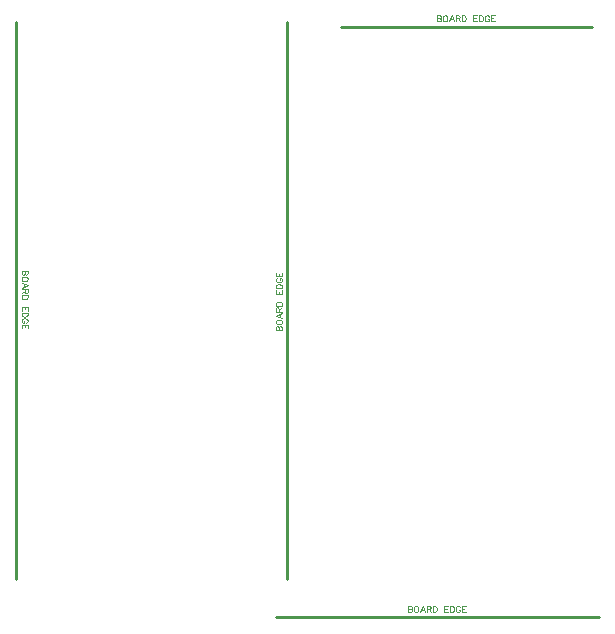
<source format=gbr>
G04 DipTrace 3.0.0.1*
G04 TopAssy.gbr*
%MOIN*%
G04 #@! TF.FileFunction,Drawing,Top*
G04 #@! TF.Part,Single*
%ADD10C,0.009843*%
%ADD57C,0.003088*%
%FSLAX26Y26*%
G04*
G70*
G90*
G75*
G01*
G04 TopAssy*
%LPD*%
X583116Y3727017D2*
D10*
Y1871899D1*
X1487060D2*
Y3727017D1*
X1666486Y3711463D2*
X2504281D1*
X1449950Y1742959D2*
X2527115D1*
X621415Y2898832D2*
D57*
X601319D1*
Y2890210D1*
X602291Y2887336D1*
X603242Y2886386D1*
X605143Y2885435D1*
X608017D1*
X609941Y2886386D1*
X610891Y2887336D1*
X611842Y2890210D1*
X612815Y2887336D1*
X613765Y2886386D1*
X615667Y2885435D1*
X617590D1*
X619491Y2886386D1*
X620464Y2887336D1*
X621415Y2890210D1*
Y2898832D1*
X611842D2*
Y2890210D1*
X621415Y2873511D2*
X620464Y2875435D1*
X618541Y2877336D1*
X616639Y2878309D1*
X613765Y2879259D1*
X608968D1*
X606116Y2878309D1*
X604193Y2877336D1*
X602291Y2875435D1*
X601319Y2873511D1*
Y2869687D1*
X602291Y2867786D1*
X604193Y2865862D1*
X606116Y2864911D1*
X608968Y2863961D1*
X613765D1*
X616639Y2864911D1*
X618541Y2865862D1*
X620464Y2867785D1*
X621415Y2869687D1*
Y2873511D1*
X601319Y2842464D2*
X621415Y2850136D1*
X601319Y2857785D1*
X608017Y2854911D2*
Y2845338D1*
X611842Y2836289D2*
Y2827689D1*
X612815Y2824815D1*
X613765Y2823842D1*
X615667Y2822891D1*
X617590D1*
X619491Y2823842D1*
X620464Y2824815D1*
X621415Y2827689D1*
Y2836289D1*
X601319D1*
X611842Y2829590D2*
X601319Y2822891D1*
X621415Y2816716D2*
X601319D1*
Y2810017D1*
X602291Y2807143D1*
X604193Y2805220D1*
X606116Y2804269D1*
X608968Y2803318D1*
X613765D1*
X616639Y2804269D1*
X618541Y2805220D1*
X620464Y2807143D1*
X621415Y2810017D1*
Y2816716D1*
Y2765278D2*
Y2777702D1*
X601319D1*
Y2765278D1*
X611842Y2777702D2*
Y2770053D1*
X621415Y2759102D2*
X601319D1*
Y2752403D1*
X602291Y2749529D1*
X604193Y2747606D1*
X606116Y2746655D1*
X608968Y2745705D1*
X613765D1*
X616639Y2746655D1*
X618541Y2747606D1*
X620464Y2749529D1*
X621415Y2752403D1*
Y2759102D1*
X616639Y2725181D2*
X618541Y2726132D1*
X620464Y2728055D1*
X621415Y2729956D1*
Y2733781D1*
X620464Y2735704D1*
X618541Y2737606D1*
X616639Y2738578D1*
X613765Y2739529D1*
X608968D1*
X606116Y2738578D1*
X604193Y2737606D1*
X602291Y2735704D1*
X601319Y2733781D1*
Y2729956D1*
X602291Y2728055D1*
X604193Y2726132D1*
X606116Y2725181D1*
X608968D1*
Y2729956D1*
X621415Y2706581D2*
Y2719005D1*
X601319D1*
Y2706581D1*
X611842Y2719005D2*
Y2711356D1*
X1448761Y2700084D2*
X1468857D1*
Y2708706D1*
X1467884Y2711580D1*
X1466934Y2712530D1*
X1465033Y2713481D1*
X1462159D1*
X1460235Y2712530D1*
X1459285Y2711580D1*
X1458334Y2708706D1*
X1457361Y2711580D1*
X1456411Y2712530D1*
X1454509Y2713481D1*
X1452586D1*
X1450685Y2712530D1*
X1449712Y2711580D1*
X1448761Y2708706D1*
Y2700084D1*
X1458334D2*
Y2708706D1*
X1448761Y2725405D2*
X1449712Y2723481D1*
X1451635Y2721580D1*
X1453537Y2720607D1*
X1456411Y2719657D1*
X1461208D1*
X1464060Y2720607D1*
X1465983Y2721580D1*
X1467884Y2723481D1*
X1468857Y2725405D1*
Y2729229D1*
X1467884Y2731131D1*
X1465983Y2733054D1*
X1464060Y2734005D1*
X1461208Y2734955D1*
X1456411D1*
X1453537Y2734005D1*
X1451635Y2733054D1*
X1449712Y2731131D1*
X1448761Y2729229D1*
Y2725405D1*
X1468857Y2756452D2*
X1448761Y2748780D1*
X1468857Y2741131D1*
X1462159Y2744005D2*
Y2753578D1*
X1458334Y2762627D2*
Y2771227D1*
X1457361Y2774101D1*
X1456411Y2775074D1*
X1454509Y2776025D1*
X1452586D1*
X1450685Y2775074D1*
X1449712Y2774101D1*
X1448761Y2771227D1*
Y2762627D1*
X1468857D1*
X1458334Y2769326D2*
X1468857Y2776025D1*
X1448761Y2782200D2*
X1468857D1*
Y2788899D1*
X1467884Y2791773D1*
X1465983Y2793696D1*
X1464060Y2794647D1*
X1461208Y2795598D1*
X1456410D1*
X1453536Y2794647D1*
X1451635Y2793696D1*
X1449712Y2791773D1*
X1448761Y2788899D1*
Y2782200D1*
Y2833638D2*
Y2821214D1*
X1468857D1*
Y2833638D1*
X1458334Y2821214D2*
Y2828863D1*
X1448761Y2839814D2*
X1468857D1*
Y2846513D1*
X1467884Y2849387D1*
X1465983Y2851310D1*
X1464060Y2852261D1*
X1461208Y2853211D1*
X1456410D1*
X1453536Y2852261D1*
X1451635Y2851310D1*
X1449712Y2849387D1*
X1448761Y2846513D1*
Y2839814D1*
X1453536Y2873735D2*
X1451635Y2872784D1*
X1449712Y2870861D1*
X1448761Y2868960D1*
Y2865135D1*
X1449712Y2863212D1*
X1451635Y2861310D1*
X1453536Y2860338D1*
X1456410Y2859387D1*
X1461208D1*
X1464060Y2860338D1*
X1465983Y2861310D1*
X1467884Y2863212D1*
X1468857Y2865135D1*
Y2868960D1*
X1467884Y2870861D1*
X1465983Y2872784D1*
X1464060Y2873735D1*
X1461208D1*
Y2868960D1*
X1448761Y2892335D2*
Y2879911D1*
X1468857D1*
Y2892335D1*
X1458334Y2879911D2*
Y2887560D1*
X1985973Y3749761D2*
Y3729665D1*
X1994595D1*
X1997469Y3730638D1*
X1998419Y3731589D1*
X1999370Y3733490D1*
Y3736364D1*
X1998419Y3738287D1*
X1997469Y3739238D1*
X1994595Y3740188D1*
X1997469Y3741161D1*
X1998419Y3742112D1*
X1999370Y3744013D1*
Y3745936D1*
X1998419Y3747838D1*
X1997469Y3748811D1*
X1994595Y3749761D1*
X1985973D1*
Y3740188D2*
X1994595D1*
X2011294Y3749761D2*
X2009370Y3748811D1*
X2007469Y3746887D1*
X2006496Y3744986D1*
X2005546Y3742112D1*
Y3737314D1*
X2006496Y3734463D1*
X2007469Y3732539D1*
X2009370Y3730638D1*
X2011294Y3729665D1*
X2015119D1*
X2017020Y3730638D1*
X2018943Y3732539D1*
X2019894Y3734463D1*
X2020844Y3737314D1*
Y3742112D1*
X2019894Y3744986D1*
X2018943Y3746887D1*
X2017020Y3748811D1*
X2015119Y3749761D1*
X2011294D1*
X2042341Y3729665D2*
X2034669Y3749761D1*
X2027020Y3729665D1*
X2029894Y3736364D2*
X2039467D1*
X2048517Y3740188D2*
X2057116D1*
X2059991Y3741161D1*
X2060963Y3742112D1*
X2061914Y3744013D1*
Y3745936D1*
X2060963Y3747838D1*
X2059991Y3748811D1*
X2057116Y3749761D1*
X2048517D1*
Y3729665D1*
X2055215Y3740188D2*
X2061914Y3729665D1*
X2068090Y3749761D2*
Y3729665D1*
X2074788D1*
X2077662Y3730638D1*
X2079586Y3732539D1*
X2080536Y3734463D1*
X2081487Y3737314D1*
Y3742112D1*
X2080536Y3744986D1*
X2079586Y3746887D1*
X2077662Y3748811D1*
X2074788Y3749761D1*
X2068090D1*
X2119528D2*
X2107103D1*
Y3729665D1*
X2119528D1*
X2107103Y3740188D2*
X2114752D1*
X2125703Y3749761D2*
Y3729665D1*
X2132402D1*
X2135276Y3730638D1*
X2137199Y3732539D1*
X2138150Y3734463D1*
X2139101Y3737314D1*
Y3742112D1*
X2138150Y3744986D1*
X2137199Y3746887D1*
X2135276Y3748811D1*
X2132402Y3749761D1*
X2125703D1*
X2159624Y3744986D2*
X2158674Y3746887D1*
X2156750Y3748811D1*
X2154849Y3749761D1*
X2151024D1*
X2149101Y3748811D1*
X2147200Y3746887D1*
X2146227Y3744986D1*
X2145276Y3742112D1*
Y3737314D1*
X2146227Y3734463D1*
X2147200Y3732539D1*
X2149101Y3730638D1*
X2151024Y3729665D1*
X2154849D1*
X2156750Y3730638D1*
X2158674Y3732539D1*
X2159624Y3734463D1*
Y3737314D1*
X2154849D1*
X2178225Y3749761D2*
X2165800D1*
Y3729665D1*
X2178225D1*
X2165800Y3740188D2*
X2173449D1*
X1889039Y1781257D2*
Y1761161D1*
X1897661D1*
X1900535Y1762134D1*
X1901485Y1763085D1*
X1902436Y1764986D1*
Y1767860D1*
X1901485Y1769783D1*
X1900535Y1770734D1*
X1897661Y1771685D1*
X1900535Y1772657D1*
X1901485Y1773608D1*
X1902436Y1775509D1*
Y1777433D1*
X1901485Y1779334D1*
X1900535Y1780307D1*
X1897661Y1781257D1*
X1889039D1*
Y1771685D2*
X1897661D1*
X1914360Y1781257D2*
X1912436Y1780307D1*
X1910535Y1778383D1*
X1909562Y1776482D1*
X1908612Y1773608D1*
Y1768811D1*
X1909562Y1765959D1*
X1910535Y1764035D1*
X1912436Y1762134D1*
X1914360Y1761161D1*
X1918184D1*
X1920086Y1762134D1*
X1922009Y1764035D1*
X1922960Y1765959D1*
X1923910Y1768811D1*
Y1773608D1*
X1922960Y1776482D1*
X1922009Y1778383D1*
X1920086Y1780307D1*
X1918184Y1781257D1*
X1914360D1*
X1945407Y1761161D2*
X1937735Y1781257D1*
X1930086Y1761161D1*
X1932960Y1767860D2*
X1942533D1*
X1951582Y1771685D2*
X1960182D1*
X1963056Y1772657D1*
X1964029Y1773608D1*
X1964980Y1775509D1*
Y1777433D1*
X1964029Y1779334D1*
X1963056Y1780307D1*
X1960182Y1781257D1*
X1951582D1*
Y1761161D1*
X1958281Y1771685D2*
X1964980Y1761161D1*
X1971155Y1781257D2*
Y1761161D1*
X1977854D1*
X1980728Y1762134D1*
X1982651Y1764035D1*
X1983602Y1765959D1*
X1984553Y1768811D1*
Y1773608D1*
X1983602Y1776482D1*
X1982651Y1778383D1*
X1980728Y1780307D1*
X1977854Y1781257D1*
X1971155D1*
X2022593D2*
X2010169D1*
Y1761161D1*
X2022593D1*
X2010169Y1771685D2*
X2017818D1*
X2028769Y1781257D2*
Y1761161D1*
X2035468D1*
X2038342Y1762134D1*
X2040265Y1764035D1*
X2041216Y1765959D1*
X2042166Y1768811D1*
Y1773608D1*
X2041216Y1776482D1*
X2040265Y1778383D1*
X2038342Y1780307D1*
X2035468Y1781257D1*
X2028769D1*
X2062690Y1776482D2*
X2061739Y1778383D1*
X2059816Y1780307D1*
X2057915Y1781257D1*
X2054090D1*
X2052167Y1780307D1*
X2050266Y1778383D1*
X2049293Y1776482D1*
X2048342Y1773608D1*
Y1768811D1*
X2049293Y1765959D1*
X2050266Y1764035D1*
X2052167Y1762134D1*
X2054090Y1761161D1*
X2057915D1*
X2059816Y1762134D1*
X2061739Y1764035D1*
X2062690Y1765959D1*
Y1768811D1*
X2057915D1*
X2081290Y1781257D2*
X2068866D1*
Y1761161D1*
X2081290D1*
X2068866Y1771685D2*
X2076515D1*
M02*

</source>
